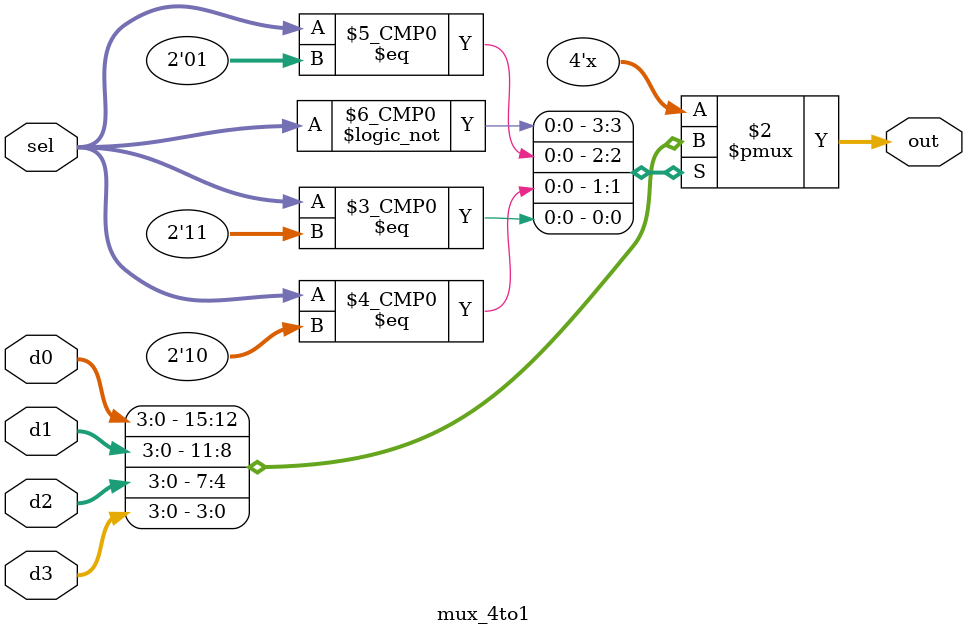
<source format=v>
module mux_4to1(out, d0, d1, d2, d3, sel);
output [3:0]  out;
input [3:0]  d0, d1, d2, d3;
input [1:0] sel;

reg[3:0] out;

always @*
    begin
        case(sel)
		    2'b00:  out <= d0;
		    2'b01:  out <= d1;
		    2'b10:  out <= d2;
		    2'b11:  out <= d3;
	    endcase
    end
endmodule
</source>
